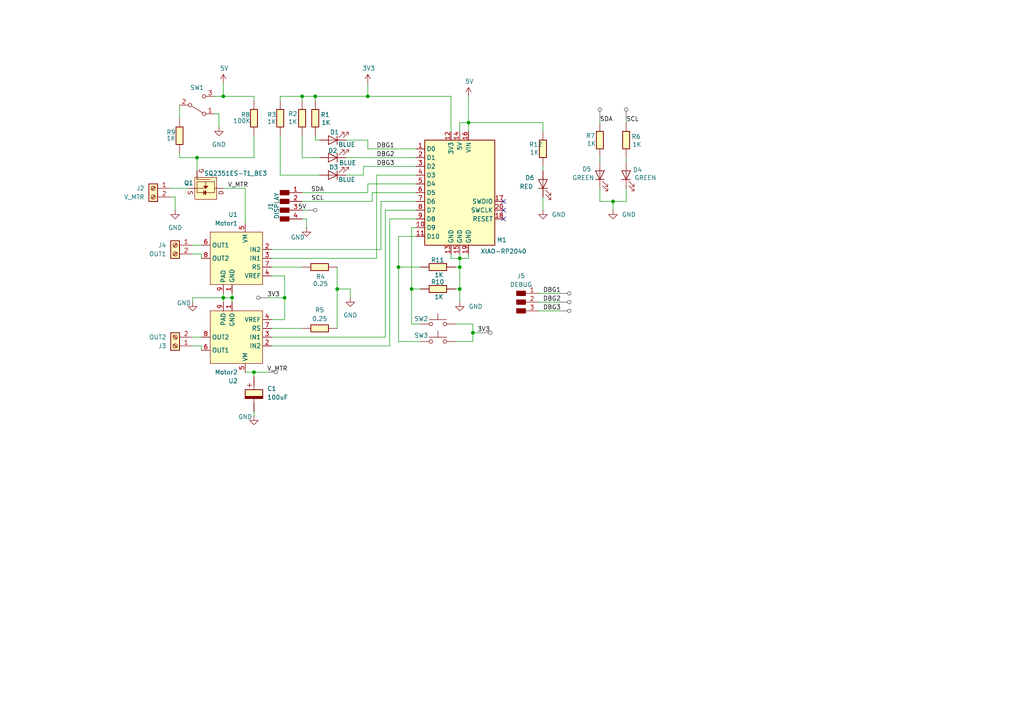
<source format=kicad_sch>
(kicad_sch (version 20250114) (generator "eeschema") (generator_version "9.0")
  (paper "A4")
  (lib_symbols
    (symbol "MotorDriver_BrushedDC_Toshiba_TB67H451FNG_1"
      (property "Reference" "U1" (at -0.3967 12.7 0))
      (property "Value" "Motor1" (at -0.3967 10.16 0))
      (symbol "MotorDriver_BrushedDC_Toshiba_TB67H451FNG_1_1_1"
        (rectangle (start -7.62 7.62) (end 7.62 -7.62) (fill (type background)))
        (pin input line (at -10.16 2.54 0) (length 2.54) (name "IN2") (number "2"))
        (pin input line (at -10.16 0 0) (length 2.54) (name "IN1") (number "3"))
        (pin input line (at -10.16 -2.54 0) (length 2.54) (name "RS") (number "7"))
        (pin input line (at -10.16 -5.08 0) (length 2.54) (name "VREF") (number "4"))
        (pin power_in line (at -2.54 10.16 270) (length 2.54) (name "VM") (number "5"))
        (pin power_in line (at 1.27 -10.16 90) (length 2.54) (name "GND") (number "1"))
        (pin power_in line (at 3.81 -10.16 90) (length 2.54) (name "PAD") (number "9"))
        (pin output line (at 10.16 3.81 180) (length 2.54) (name "OUT1") (number "6"))
        (pin output line (at 10.16 0 180) (length 2.54) (name "OUT2") (number "8"))
      )
    )
    (symbol "fab:CP_Elec_100uF_Panasonic_EEE-FN1E101UL" (pin_numbers (hide yes))
      (property "Reference" "C" (at 1.27 2.54 0))
      (property "Value" "CP_Elec_100uF_Panasonic_EEE-FN1E101UL" (at 1.27 -2.54 0))
      (symbol "CP_Elec_100uF_Panasonic_EEE-FN1E101UL_0_1"
        (rectangle (start -2.54 -0.635) (end 2.54 -1.27) (fill (type outline)))
        (polyline (pts (xy -2.54 -1.27) (xy -2.54 1.27) (xy 2.54 1.27) (xy 2.54 -1.27) (xy -2.54 -1.27)) (stroke (width 0.254)) (fill (type background)))
        (polyline (pts (xy -1.27 1.905) (xy -1.27 3.175)))
        (polyline (pts (xy -0.635 2.54) (xy -1.905 2.54)))
        (polyline (pts (xy 0 2.54) (xy 0 1.27)))
        (polyline (pts (xy 0 -1.27) (xy 0 -2.54)))
      )
      (symbol "CP_Elec_100uF_Panasonic_EEE-FN1E101UL_1_1"
        (pin passive line (at 0 5.08 270) (length 2.54) (name "~") (number "1"))
        (pin passive line (at 0 -5.08 90) (length 2.54) (name "~") (number "2"))
      )
    )
    (symbol "fab:LED_1206" (pin_numbers (hide yes)) (pin_names (offset 1.016) (hide yes))
      (property "Reference" "D" (at 0 2.54 0))
      (property "Value" "LED_1206" (at 0 -2.54 0))
      (symbol "LED_1206_0_1"
        (polyline (pts (xy -3.048 -0.762) (xy -4.572 -2.286) (xy -3.81 -2.286) (xy -4.572 -2.286) (xy -4.572 -1.524)))
        (polyline (pts (xy -1.778 -0.762) (xy -3.302 -2.286) (xy -2.54 -2.286) (xy -3.302 -2.286) (xy -3.302 -1.524)))
        (polyline (pts (xy -1.27 0) (xy 1.27 0)))
        (polyline (pts (xy -1.27 -1.27) (xy -1.27 1.27)) (stroke (width 0.2032)))
        (polyline (pts (xy 1.27 -1.27) (xy 1.27 1.27) (xy -1.27 0) (xy 1.27 -1.27)) (stroke (width 0.2032)))
      )
      (symbol "LED_1206_1_1"
        (pin passive line (at -3.81 0 0) (length 2.54) (name "K") (number "1"))
        (pin passive line (at 3.81 0 180) (length 2.54) (name "A") (number "2"))
      )
    )
    (symbol "fab:Module_XIAO-RP2040"
      (property "Reference" "M" (at -10.16 16.51 0))
      (property "Value" "Module_XIAO-RP2040" (at 3.81 16.51 0))
      (symbol "Module_XIAO-RP2040_1_1"
        (rectangle (start -10.16 15.24) (end 10.16 -15.24) (stroke (width 0.254)) (fill (type background)))
        (pin bidirectional line (at -12.7 12.7 0) (length 2.54) (name "D0") (number "1"))
        (pin bidirectional line (at -12.7 10.16 0) (length 2.54) (name "D1") (number "2"))
        (pin bidirectional line (at -12.7 7.62 0) (length 2.54) (name "D2") (number "3"))
        (pin bidirectional line (at -12.7 5.08 0) (length 2.54) (name "D3") (number "4"))
        (pin bidirectional line (at -12.7 2.54 0) (length 2.54) (name "D4") (number "5"))
        (pin bidirectional line (at -12.7 0 0) (length 2.54) (name "D5") (number "6"))
        (pin bidirectional line (at -12.7 -2.54 0) (length 2.54) (name "D6") (number "7"))
        (pin bidirectional line (at -12.7 -5.08 0) (length 2.54) (name "D7") (number "8"))
        (pin bidirectional line (at -12.7 -7.62 0) (length 2.54) (name "D8") (number "9"))
        (pin bidirectional line (at -12.7 -10.16 0) (length 2.54) (name "D9") (number "10"))
        (pin bidirectional line (at -12.7 -12.7 0) (length 2.54) (name "D10") (number "11"))
        (pin power_in line (at -2.54 17.78 270) (length 2.54) (name "3V3") (number "12"))
        (pin power_in line (at -2.54 -17.78 90) (length 2.54) (name "GND") (number "13"))
        (pin power_in line (at 0 17.78 270) (length 2.54) (name "5V") (number "14"))
        (pin power_in line (at 0 -17.78 90) (length 2.54) (name "GND") (number "15"))
        (pin power_in line (at 2.54 17.78 270) (length 2.54) (name "VIN") (number "16"))
        (pin power_in line (at 2.54 -17.78 90) (length 2.54) (name "GND") (number "19"))
        (pin bidirectional line (at 12.7 -2.54 180) (length 2.54) (name "SWDIO") (number "17"))
        (pin input line (at 12.7 -5.08 180) (length 2.54) (name "SWCLK") (number "20"))
        (pin input line (at 12.7 -7.62 180) (length 2.54) (name "RESET") (number "18"))
      )
    )
    (symbol "fab:MotorDriver_BrushedDC_Toshiba_TB67H451FNG"
      (property "Reference" "U2" (at -0.3967 12.7 0))
      (property "Value" "Motor2" (at -0.3967 10.16 0))
      (symbol "MotorDriver_BrushedDC_Toshiba_TB67H451FNG_1_1"
        (rectangle (start -7.62 7.62) (end 7.62 -7.62) (fill (type background)))
        (pin input line (at -10.16 2.54 0) (length 2.54) (name "IN2") (number "2"))
        (pin input line (at -10.16 0 0) (length 2.54) (name "IN1") (number "3"))
        (pin input line (at -10.16 -2.54 0) (length 2.54) (name "RS") (number "7"))
        (pin input line (at -10.16 -5.08 0) (length 2.54) (name "VREF") (number "4"))
        (pin power_in line (at -2.54 10.16 270) (length 2.54) (name "VM") (number "5"))
        (pin power_in line (at 1.27 -10.16 90) (length 2.54) (name "GND") (number "1"))
        (pin power_in line (at 3.81 -10.16 90) (length 2.54) (name "PAD") (number "9"))
        (pin output line (at 10.16 3.81 180) (length 2.54) (name "OUT1") (number "6"))
        (pin output line (at 10.16 0 180) (length 2.54) (name "OUT2") (number "8"))
      )
    )
    (symbol "fab:PWR_5V" (power) (pin_names (offset 0))
      (property "Value" "PWR_5V" (at 0 3.556 0))
      (symbol "PWR_5V_0_1"
        (polyline (pts (xy -0.762 1.27) (xy 0 2.54)))
        (polyline (pts (xy 0 2.54) (xy 0.762 1.27)))
        (polyline (pts (xy 0 0) (xy 0 2.54)))
      )
      (symbol "PWR_5V_1_1"
        (pin power_in line (at 0 0 90) (length 0) (hide yes) (name "PWR_5V") (number "1"))
      )
    )
    (symbol "fab:PWR_GND" (power) (pin_names (offset 0))
      (property "Value" "PWR_GND" (at 0 -3.81 0))
      (symbol "PWR_GND_0_1"
        (polyline (pts (xy 0 0) (xy 0 -1.27) (xy 1.27 -1.27) (xy 0 -2.54) (xy -1.27 -1.27) (xy 0 -1.27)))
      )
      (symbol "PWR_GND_1_1"
        (pin power_in line (at 0 0 270) (length 0) (hide yes) (name "PWR_GND") (number "1"))
      )
    )
    (symbol "fab:PinHeader_01x03_P2.54mm_Vertical_THT_D1.4mm" (pin_names (hide yes))
      (property "Reference" "J" (at 0 5.08 0))
      (property "Value" "PinHeader_01x03_P2.54mm_Vertical_THT_D1.4mm" (at 0 -5.08 0))
      (symbol "PinHeader_01x03_P2.54mm_Vertical_THT_D1.4mm_1_1"
        (rectangle (start -1.27 3.175) (end 1.27 1.905) (stroke (width 0.254)) (fill (type outline)))
        (rectangle (start -1.27 0.635) (end 1.27 -0.635) (stroke (width 0.254)) (fill (type outline)))
        (rectangle (start -1.27 -1.905) (end 1.27 -3.175) (stroke (width 0.254)) (fill (type outline)))
        (pin passive line (at 5.08 2.54 180) (length 3.81) (name "Pin_1") (number "1"))
        (pin passive line (at 5.08 0 180) (length 3.81) (name "Pin_2") (number "2"))
        (pin passive line (at 5.08 -2.54 180) (length 3.81) (name "Pin_3") (number "3"))
      )
    )
    (symbol "fab:PinHeader_01x04_P2.54mm_Vertical_THT_D1.4mm" (pin_names (hide yes))
      (property "Reference" "J" (at 0 5.08 0))
      (property "Value" "PinHeader_01x04_P2.54mm_Vertical_THT_D1.4mm" (at 0 -7.62 0))
      (symbol "PinHeader_01x04_P2.54mm_Vertical_THT_D1.4mm_1_1"
        (rectangle (start -1.27 3.175) (end 1.27 1.905) (stroke (width 0.254)) (fill (type outline)))
        (rectangle (start -1.27 0.635) (end 1.27 -0.635) (stroke (width 0.254)) (fill (type outline)))
        (rectangle (start -1.27 -1.905) (end 1.27 -3.175) (stroke (width 0.254)) (fill (type outline)))
        (rectangle (start -1.27 -4.445) (end 1.27 -5.715) (stroke (width 0.254)) (fill (type outline)))
        (pin passive line (at 5.08 2.54 180) (length 3.81) (name "Pin_1") (number "1"))
        (pin passive line (at 5.08 0 180) (length 3.81) (name "Pin_2") (number "2"))
        (pin passive line (at 5.08 -2.54 180) (length 3.81) (name "Pin_3") (number "3"))
        (pin passive line (at 5.08 -5.08 180) (length 3.81) (name "Pin_4") (number "4"))
      )
    )
    (symbol "fab:R_1206" (pin_numbers (hide yes)) (pin_names (offset 0))
      (property "Reference" "R" (at 2.54 0 90))
      (property "Value" "R_1206" (at -2.54 0 90))
      (symbol "R_1206_0_1"
        (rectangle (start -1.016 -2.54) (end 1.016 2.54) (stroke (width 0.254)) (fill (type background)))
      )
      (symbol "R_1206_1_1"
        (pin passive line (at 0 5.08 270) (length 2.54) (name "~") (number "1"))
        (pin passive line (at 0 -5.08 90) (length 2.54) (name "~") (number "2"))
      )
    )
    (symbol "fab:R_2010" (pin_numbers (hide yes)) (pin_names (offset 0))
      (property "Reference" "R" (at 2.54 0 90))
      (property "Value" "R_2010" (at -2.54 0 90))
      (symbol "R_2010_0_1"
        (rectangle (start -1.016 -2.54) (end 1.016 2.54) (stroke (width 0.254)) (fill (type background)))
      )
      (symbol "R_2010_1_1"
        (pin passive line (at 0 5.08 270) (length 2.54) (name "~") (number "1"))
        (pin passive line (at 0 -5.08 90) (length 2.54) (name "~") (number "2"))
      )
    )
    (symbol "fab:Screw_Terminal_01x02_P3.5mm" (pin_names (offset 1.016) (hide yes))
      (property "Reference" "J" (at 0 3.81 0))
      (property "Value" "Screw_Terminal_01x02_P3.5mm" (at 0 -3.81 0))
      (symbol "Screw_Terminal_01x02_P3.5mm_1_1"
        (rectangle (start -1.27 2.54) (end 1.27 -2.54) (stroke (width 0.254)) (fill (type background)))
        (polyline (pts (xy -0.5334 1.6002) (xy 0.3302 0.762)) (stroke (width 0.1524)))
        (polyline (pts (xy -0.5334 -0.9398) (xy 0.3302 -1.778)) (stroke (width 0.1524)))
        (polyline (pts (xy -0.3556 1.778) (xy 0.508 0.9398)) (stroke (width 0.1524)))
        (polyline (pts (xy -0.3556 -0.762) (xy 0.508 -1.6002)) (stroke (width 0.1524)))
        (circle (center 0 1.27) (radius 0.635) (stroke (width 0.1524)))
        (circle (center 0 -1.27) (radius 0.635) (stroke (width 0.1524)))
        (pin passive line (at -5.08 1.27 0) (length 3.81) (name "Pin_1") (number "1"))
        (pin passive line (at -5.08 -1.27 0) (length 3.81) (name "Pin_2") (number "2"))
      )
    )
    (symbol "fab:Switch_Slide_Top_CnK" (pin_names (offset 0) (hide yes))
      (property "Reference" "SW" (at 0 4.318 0))
      (property "Value" "Switch_Slide_Top_CnK" (at 0 -5.08 0))
      (symbol "Switch_Slide_Top_CnK_0_0"
        (circle (center -2.032 0) (radius 0.508))
        (circle (center 2.032 -2.54) (radius 0.508))
      )
      (symbol "Switch_Slide_Top_CnK_0_1"
        (polyline (pts (xy -1.524 0.254) (xy 1.651 2.286)))
        (circle (center 2.032 2.54) (radius 0.508))
      )
      (symbol "Switch_Slide_Top_CnK_1_1"
        (pin passive line (at -5.08 0 0) (length 2.54) (name "B") (number "2"))
        (pin passive line (at 5.08 2.54 180) (length 2.54) (name "A") (number "1"))
        (pin passive line (at 5.08 -2.54 180) (length 2.54) (name "C") (number "3"))
      )
    )
    (symbol "fab:Switch_Tactile_CnK" (pin_numbers (hide yes)) (pin_names (offset 1.016) (hide yes))
      (property "Reference" "SW" (at 1.27 3.81 0))
      (property "Value" "Switch_Tactile_CnK" (at 0 0 0))
      (symbol "Switch_Tactile_CnK_0_1"
        (circle (center -2.032 0) (radius 0.508))
        (polyline (pts (xy 0 1.27) (xy 0 3.048)))
        (circle (center 2.032 0) (radius 0.508))
        (polyline (pts (xy 2.54 1.27) (xy -2.54 1.27)))
        (pin passive line (at -5.08 0 0) (length 2.54) (name "1") (number "1"))
        (pin passive line (at 5.08 0 180) (length 2.54) (name "2") (number "2"))
      )
    )
    (symbol "fab:Transistor_MOSFET_PCh_SOT23" (pin_numbers (hide yes)) (pin_names (hide yes))
      (property "Reference" "Q" (at 3.81 1.27 0))
      (property "Value" "Transistor_MOSFET_PCh_SOT23" (at 3.81 -1.27 0))
      (symbol "Transistor_MOSFET_PCh_SOT23_0_1"
        (polyline (pts (xy 0 2.54) (xy 1.27 2.54) (xy 1.27 -2.54) (xy 0 -2.54)))
      )
      (symbol "Transistor_MOSFET_PCh_SOT23_1_0"
        (text "G" (at -5.08 -1.27 0) (effects (font (size 1.27 1.27))))
        (text "D" (at 1.27 4.445 0) (effects (font (size 1.27 1.27))))
        (text "S" (at 1.27 -4.445 0) (effects (font (size 1.27 1.27))))
      )
      (symbol "Transistor_MOSFET_PCh_SOT23_1_1"
        (rectangle (start -3.175 3.175) (end 3.175 -3.175) (fill (type background)))
        (polyline (pts (xy -2.54 -2.54) (xy -2.54 1.27)) (stroke (width 0.15)))
        (polyline (pts (xy -1.905 2.54) (xy -1.905 -2.54)) (stroke (width 0.15)))
        (polyline (pts (xy -1.905 -2.54) (xy 0 -2.54)) (stroke (width 0.15)))
        (polyline (pts (xy 0 2.54) (xy -1.905 2.54)) (stroke (width 0.15)))
        (polyline (pts (xy 0 0) (xy -0.635 -0.635) (xy -0.635 0.635) (xy 0 0)) (fill (type outline)))
        (polyline (pts (xy 0 -2.54) (xy 0 0) (xy -1.905 0)) (stroke (width 0.15)))
        (polyline (pts (xy 0.635 -0.635) (xy 1.905 -0.635)) (stroke (width 0.15)))
        (polyline (pts (xy 1.27 -0.635) (xy 0.635 0) (xy 1.905 0) (xy 1.27 -0.635)) (fill (type outline)))
        (pin passive line (at -5.08 -2.54 0) (length 2.54) (name "G") (number "1"))
        (pin passive line (at 0 5.08 270) (length 2.54) (name "D") (number "3"))
        (pin passive line (at 0 -5.08 90) (length 2.54) (name "S") (number "2"))
      )
    )
    (symbol "power:GND" (power) (pin_numbers (hide yes)) (pin_names (offset 0) (hide yes))
      (property "Value" "GND" (at 0 -3.81 0))
      (symbol "GND_0_1"
        (polyline (pts (xy 0 0) (xy 0 -1.27) (xy 1.27 -1.27) (xy 0 -2.54) (xy -1.27 -1.27) (xy 0 -1.27)))
      )
      (symbol "GND_1_1"
        (pin power_in line (at 0 0 270) (length 0) (name "~") (number "1"))
      )
    )
  )
  (junction (at 135.89 35.56))
  (junction (at 133.35 74.93))
  (junction (at 106.68 27.94))
  (junction (at 177.8 58.42))
  (junction (at 119.38 83.82))
  (junction (at 64.77 86.36))
  (junction (at 91.44 27.94))
  (junction (at 67.31 86.36))
  (junction (at 137.16 96.52))
  (junction (at 97.79 83.82))
  (junction (at 133.35 83.82))
  (junction (at 57.15 45.72))
  (junction (at 64.77 27.94))
  (junction (at 133.35 77.47))
  (junction (at 73.66 107.95))
  (junction (at 82.55 86.36))
  (junction (at 87.63 27.94))
  (junction (at 115.57 77.47))
  (no_connect (at 146.05 58.42))
  (no_connect (at 146.05 63.5))
  (no_connect (at 146.05 60.96))
  (wire (pts (xy 64.77 27.94) (xy 73.66 27.94)))
  (wire (pts (xy 173.99 45.72) (xy 173.99 46.99)))
  (wire (pts (xy 87.63 58.42) (xy 107.95 58.42)))
  (wire (pts (xy 58.42 73.66) (xy 58.42 74.93)))
  (wire (pts (xy 78.74 100.33) (xy 113.03 100.33)))
  (wire (pts (xy 105.41 48.26) (xy 105.41 50.8)))
  (wire (pts (xy 139.7 96.52) (xy 137.16 96.52)))
  (wire (pts (xy 181.61 58.42) (xy 177.8 58.42)))
  (wire (pts (xy 133.35 74.93) (xy 135.89 74.93)))
  (wire (pts (xy 62.23 27.94) (xy 64.77 27.94)))
  (wire (pts (xy 133.35 77.47) (xy 133.35 83.82)))
  (wire (pts (xy 173.99 34.29) (xy 173.99 35.56)))
  (wire (pts (xy 109.22 50.8) (xy 120.65 50.8)))
  (wire (pts (xy 132.08 77.47) (xy 133.35 77.47)))
  (wire (pts (xy 81.28 50.8) (xy 81.28 39.37)))
  (wire (pts (xy 130.81 27.94) (xy 106.68 27.94)))
  (wire (pts (xy 73.66 109.22) (xy 73.66 107.95)))
  (wire (pts (xy 173.99 58.42) (xy 177.8 58.42)))
  (wire (pts (xy 64.77 24.13) (xy 64.77 27.94)))
  (wire (pts (xy 50.8 57.15) (xy 49.53 57.15)))
  (wire (pts (xy 135.89 74.93) (xy 135.89 73.66)))
  (wire (pts (xy 130.81 27.94) (xy 130.81 38.1)))
  (wire (pts (xy 55.88 100.33) (xy 58.42 100.33)))
  (wire (pts (xy 106.68 27.94) (xy 91.44 27.94)))
  (wire (pts (xy 91.44 39.37) (xy 91.44 40.64)))
  (wire (pts (xy 115.57 77.47) (xy 121.92 77.47)))
  (wire (pts (xy 106.68 55.88) (xy 106.68 53.34)))
  (wire (pts (xy 181.61 46.99) (xy 181.61 45.72)))
  (wire (pts (xy 135.89 27.94) (xy 135.89 35.56)))
  (wire (pts (xy 105.41 48.26) (xy 120.65 48.26)))
  (wire (pts (xy 157.48 48.26) (xy 157.48 49.53)))
  (wire (pts (xy 82.55 92.71) (xy 82.55 86.36)))
  (wire (pts (xy 52.07 30.48) (xy 52.07 34.29)))
  (wire (pts (xy 133.35 74.93) (xy 133.35 77.47)))
  (wire (pts (xy 78.74 95.25) (xy 87.63 95.25)))
  (wire (pts (xy 50.8 57.15) (xy 50.8 60.96)))
  (wire (pts (xy 177.8 58.42) (xy 177.8 60.96)))
  (wire (pts (xy 115.57 99.06) (xy 121.92 99.06)))
  (wire (pts (xy 133.35 35.56) (xy 133.35 38.1)))
  (wire (pts (xy 111.76 97.79) (xy 111.76 60.96)))
  (wire (pts (xy 73.66 45.72) (xy 73.66 39.37)))
  (wire (pts (xy 137.16 96.52) (xy 137.16 99.06)))
  (wire (pts (xy 133.35 73.66) (xy 133.35 74.93)))
  (wire (pts (xy 71.12 107.95) (xy 73.66 107.95)))
  (wire (pts (xy 55.88 71.12) (xy 58.42 71.12)))
  (wire (pts (xy 173.99 54.61) (xy 173.99 58.42)))
  (wire (pts (xy 157.48 57.15) (xy 157.48 60.96)))
  (wire (pts (xy 87.63 39.37) (xy 87.63 45.72)))
  (wire (pts (xy 100.33 40.64) (xy 106.68 40.64)))
  (wire (pts (xy 64.77 85.09) (xy 64.77 86.36)))
  (wire (pts (xy 57.15 45.72) (xy 57.15 49.53)))
  (wire (pts (xy 106.68 24.13) (xy 106.68 27.94)))
  (wire (pts (xy 78.74 72.39) (xy 110.49 72.39)))
  (wire (pts (xy 91.44 40.64) (xy 92.71 40.64)))
  (wire (pts (xy 73.66 45.72) (xy 57.15 45.72)))
  (wire (pts (xy 137.16 99.06) (xy 132.08 99.06)))
  (wire (pts (xy 64.77 86.36) (xy 55.88 86.36)))
  (wire (pts (xy 137.16 93.98) (xy 137.16 96.52)))
  (wire (pts (xy 73.66 120.65) (xy 73.66 119.38)))
  (wire (pts (xy 181.61 54.61) (xy 181.61 58.42)))
  (wire (pts (xy 109.22 50.8) (xy 109.22 74.93)))
  (wire (pts (xy 81.28 27.94) (xy 87.63 27.94)))
  (wire (pts (xy 111.76 60.96) (xy 120.65 60.96)))
  (wire (pts (xy 64.77 54.61) (xy 71.12 54.61)))
  (wire (pts (xy 106.68 43.18) (xy 120.65 43.18)))
  (wire (pts (xy 115.57 77.47) (xy 115.57 99.06)))
  (wire (pts (xy 64.77 86.36) (xy 67.31 86.36)))
  (wire (pts (xy 119.38 66.04) (xy 120.65 66.04)))
  (wire (pts (xy 162.56 87.63) (xy 156.21 87.63)))
  (wire (pts (xy 73.66 27.94) (xy 73.66 29.21)))
  (wire (pts (xy 119.38 93.98) (xy 119.38 83.82)))
  (wire (pts (xy 120.65 63.5) (xy 113.03 63.5)))
  (wire (pts (xy 115.57 68.58) (xy 115.57 77.47)))
  (wire (pts (xy 55.88 73.66) (xy 58.42 73.66)))
  (wire (pts (xy 133.35 83.82) (xy 133.35 87.63)))
  (wire (pts (xy 78.74 97.79) (xy 111.76 97.79)))
  (wire (pts (xy 49.53 54.61) (xy 54.61 54.61)))
  (wire (pts (xy 52.07 45.72) (xy 52.07 44.45)))
  (wire (pts (xy 88.9 63.5) (xy 88.9 66.04)))
  (wire (pts (xy 67.31 85.09) (xy 67.31 86.36)))
  (wire (pts (xy 133.35 35.56) (xy 135.89 35.56)))
  (wire (pts (xy 87.63 27.94) (xy 91.44 27.94)))
  (wire (pts (xy 87.63 55.88) (xy 106.68 55.88)))
  (wire (pts (xy 132.08 83.82) (xy 133.35 83.82)))
  (wire (pts (xy 97.79 83.82) (xy 101.6 83.82)))
  (wire (pts (xy 100.33 45.72) (xy 120.65 45.72)))
  (wire (pts (xy 97.79 83.82) (xy 97.79 95.25)))
  (wire (pts (xy 88.9 63.5) (xy 87.63 63.5)))
  (wire (pts (xy 109.22 74.93) (xy 78.74 74.93)))
  (wire (pts (xy 110.49 58.42) (xy 120.65 58.42)))
  (wire (pts (xy 110.49 72.39) (xy 110.49 58.42)))
  (wire (pts (xy 55.88 86.36) (xy 55.88 87.63)))
  (wire (pts (xy 107.95 55.88) (xy 120.65 55.88)))
  (wire (pts (xy 73.66 107.95) (xy 77.47 107.95)))
  (wire (pts (xy 81.28 29.21) (xy 81.28 27.94)))
  (wire (pts (xy 162.56 90.17) (xy 156.21 90.17)))
  (wire (pts (xy 64.77 86.36) (xy 64.77 87.63)))
  (wire (pts (xy 82.55 80.01) (xy 82.55 86.36)))
  (wire (pts (xy 81.28 50.8) (xy 92.71 50.8)))
  (wire (pts (xy 78.74 77.47) (xy 87.63 77.47)))
  (wire (pts (xy 130.81 74.93) (xy 133.35 74.93)))
  (wire (pts (xy 87.63 29.21) (xy 87.63 27.94)))
  (wire (pts (xy 52.07 45.72) (xy 57.15 45.72)))
  (wire (pts (xy 55.88 97.79) (xy 58.42 97.79)))
  (wire (pts (xy 157.48 35.56) (xy 157.48 38.1)))
  (wire (pts (xy 78.74 92.71) (xy 82.55 92.71)))
  (wire (pts (xy 82.55 80.01) (xy 78.74 80.01)))
  (wire (pts (xy 97.79 77.47) (xy 97.79 83.82)))
  (wire (pts (xy 107.95 58.42) (xy 107.95 55.88)))
  (wire (pts (xy 130.81 73.66) (xy 130.81 74.93)))
  (wire (pts (xy 181.61 34.29) (xy 181.61 35.56)))
  (wire (pts (xy 92.71 45.72) (xy 87.63 45.72)))
  (wire (pts (xy 101.6 86.36) (xy 101.6 83.82)))
  (wire (pts (xy 120.65 68.58) (xy 115.57 68.58)))
  (wire (pts (xy 63.5 33.02) (xy 63.5 36.83)))
  (wire (pts (xy 62.23 33.02) (xy 63.5 33.02)))
  (wire (pts (xy 87.63 60.96) (xy 88.9 60.96)))
  (wire (pts (xy 119.38 83.82) (xy 119.38 66.04)))
  (wire (pts (xy 121.92 93.98) (xy 119.38 93.98)))
  (wire (pts (xy 106.68 40.64) (xy 106.68 43.18)))
  (wire (pts (xy 135.89 35.56) (xy 135.89 38.1)))
  (wire (pts (xy 106.68 53.34) (xy 120.65 53.34)))
  (wire (pts (xy 157.48 35.56) (xy 135.89 35.56)))
  (wire (pts (xy 58.42 100.33) (xy 58.42 101.6)))
  (wire (pts (xy 113.03 63.5) (xy 113.03 100.33)))
  (wire (pts (xy 162.56 85.09) (xy 156.21 85.09)))
  (wire (pts (xy 67.31 86.36) (xy 67.31 87.63)))
  (wire (pts (xy 121.92 83.82) (xy 119.38 83.82)))
  (wire (pts (xy 100.33 50.8) (xy 105.41 50.8)))
  (wire (pts (xy 71.12 54.61) (xy 71.12 64.77)))
  (wire (pts (xy 77.47 86.36) (xy 82.55 86.36)))
  (wire (pts (xy 132.08 93.98) (xy 137.16 93.98)))
  (wire (pts (xy 91.44 27.94) (xy 91.44 29.21)))
  (label "SDA" (at 173.99 35.56 0))
  (label "V_MTR" (at 77.47 107.95 0))
  (label "DBG2" (at 109.22 45.72 0))
  (label "5V" (at 88.9 60.96 180))
  (label "DBG3" (at 157.48 90.17 0))
  (label "SDA" (at 93.98 55.88 180))
  (label "DBG1" (at 109.22 43.18 0))
  (label "SCL" (at 93.98 58.42 180))
  (label "3V3" (at 138.43 96.52 0))
  (label "DBG1" (at 157.48 85.09 0))
  (label "SCL" (at 181.61 35.56 0))
  (label "DBG3" (at 109.22 48.26 0))
  (label "DBG2" (at 157.48 87.63 0))
  (label "V_MTR" (at 66.04 54.61 0))
  (label "3V3" (at 77.47 86.36 0))
  (netclass_flag "" (length 2.54) (shape round) (at 162.56 87.63 270))
  (netclass_flag "" (length 2.54) (shape round) (at 77.47 86.36 90))
  (netclass_flag "" (length 2.54) (shape round) (at 173.99 34.29 0))
  (netclass_flag "" (length 2.54) (shape round) (at 88.9 60.96 270))
  (netclass_flag "" (length 2.54) (shape round) (at 181.61 34.29 0))
  (netclass_flag "" (length 2.54) (shape round) (at 162.56 85.09 270))
  (netclass_flag "" (length 2.54) (shape round) (at 162.56 90.17 270))
  (netclass_flag "" (length 2.54) (shape round) (at 139.7 96.52 270))
  (netclass_flag "" (length 2.54) (shape round) (at 77.47 107.95 270))
  (symbol (lib_id "power:GND") (at 88.9 66.04 0) (unit 1)
    (property "Reference" "#PWR03" (effects (hide yes)))
    (property "Value" "GND" (at 86.36 68.834 0))
    (property "Description" "Power symbol creates a global label with name \"GND\" , ground" (effects (hide yes)))
  )
  (symbol (lib_id "fab:LED_1206") (at 181.61 50.8 90) (unit 1)
    (property "Reference" "D4" (at 184.912 49.276 90))
    (property "Value" "GREEN" (at 187.198 51.562 90))
    (property "Footprint" "fab:LED_1206" (effects (hide yes)))
    (property "Datasheet" "https://optoelectronics.liteon.com/upload/download/DS-22-98-0002/LTST-C150CKT.pdf" (effects (hide yes)))
    (property "Description" "Light emitting diode, Lite-On Inc. LTST, SMD" (effects (hide yes)))
  )
  (symbol (lib_id "fab:LED_1206") (at 157.48 53.34 90) (unit 1)
    (property "Reference" "D6" (at 153.67 51.562 90))
    (property "Value" "RED" (at 152.654 54.102 90))
    (property "Footprint" "fab:LED_1206" (effects (hide yes)))
    (property "Datasheet" "https://optoelectronics.liteon.com/upload/download/DS-22-98-0002/LTST-C150CKT.pdf" (effects (hide yes)))
    (property "Description" "Light emitting diode, Lite-On Inc. LTST, SMD" (effects (hide yes)))
  )
  (symbol (lib_id "power:GND") (at 101.6 86.36 0) (unit 1)
    (property "Reference" "#PWR06" (effects (hide yes)))
    (property "Value" "GND" (at 101.6 91.44 0))
    (property "Description" "Power symbol creates a global label with name \"GND\" , ground" (effects (hide yes)))
  )
  (symbol (lib_id "fab:Transistor_MOSFET_PCh_SOT23") (at 59.69 54.61 270) (unit 1)
    (property "Reference" "Q1" (at 53.34 53.086 90) (effects (justify left)))
    (property "Value" "SQ2351ES-T1_BE3" (at 59.182 50.292 90) (effects (justify left)))
    (property "Footprint" "fab:SOT-23-3" (effects (hide yes)))
    (property "Datasheet" "https://www.onsemi.com/pub/Collateral/NDS356AP-D.PDF" (effects (hide yes)))
    (property "Description" "P-Channel mosfet NDS356AP in SOT-23 package" (effects (hide yes)))
  )
  (symbol (lib_id "power:GND") (at 63.5 36.83 0) (unit 1)
    (property "Reference" "#PWR09" (effects (hide yes)))
    (property "Value" "GND" (at 63.5 41.91 0))
    (property "Description" "Power symbol creates a global label with name \"GND\" , ground" (effects (hide yes)))
  )
  (symbol (lib_id "fab:PWR_5V") (at 106.68 24.13 0) (unit 1)
    (property "Reference" "#PWR02" (effects (hide yes)))
    (property "Value" "3V3" (at 106.934 19.812 0))
    (property "Description" "Power symbol creates a global label with name \"+5V\"" (effects (hide yes)))
  )
  (symbol (lib_id "fab:R_1206") (at 127 83.82 270) (unit 1)
    (property "Reference" "R10" (at 124.968 81.788 90) (effects (justify left)))
    (property "Value" "1K" (at 125.984 86.106 90) (effects (justify left)))
    (property "Footprint" "fab:R_1206" (effects (hide yes)))
    (property "Description" "Resistor" (effects (hide yes)))
  )
  (symbol (lib_id "fab:PinHeader_01x03_P2.54mm_Vertical_THT_D1.4mm") (at 151.13 87.63 0) (unit 1)
    (property "Reference" "J5" (at 151.13 80.01 0))
    (property "Value" "DEBUG" (at 151.13 82.55 0))
    (property "Footprint" "fab:PinHeader_01x03_P2.54mm_Vertical_THT_D1.4mm" (effects (hide yes)))
    (property "Description" "Male connector, single row" (effects (hide yes)))
  )
  (symbol (lib_id "fab:Switch_Tactile_CnK") (at 127 99.06 0) (unit 1)
    (property "Reference" "SW3" (at 122.174 97.282 0))
    (property "Value" "Switch_Tactile_CnK" (effects (hide yes)))
    (property "Footprint" "fab:Button_CnK_PTS636.0_6x3.5mm" (effects (hide yes)))
    (property "Datasheet" "https://www.ckswitches.com/media/2779/pts636.pdf" (effects (hide yes)))
    (property "Description" "Push button switch, C&K PTS636 SM25F SMTR LFS, Tactile Switch SPST-NO Top Actuated Surface Mount" (effects (hide yes)))
  )
  (symbol (lib_id "power:GND") (at 50.8 60.96 0) (unit 1)
    (property "Reference" "#PWR05" (effects (hide yes)))
    (property "Value" "GND" (at 50.8 66.04 0))
    (property "Description" "Power symbol creates a global label with name \"GND\" , ground" (effects (hide yes)))
  )
  (symbol (lib_id "fab:LED_1206") (at 96.52 45.72 180) (unit 1)
    (property "Reference" "D2" (at 96.52 43.688 0))
    (property "Value" "BLUE" (at 100.838 47.244 0))
    (property "Footprint" "fab:LED_1206" (effects (hide yes)))
    (property "Datasheet" "https://optoelectronics.liteon.com/upload/download/DS-22-98-0002/LTST-C150CKT.pdf" (effects (hide yes)))
    (property "Description" "Light emitting diode, Lite-On Inc. LTST, SMD" (effects (hide yes)))
  )
  (symbol (lib_id "fab:R_1206") (at 173.99 40.64 0) (unit 1)
    (property "Reference" "R7" (at 169.926 39.37 0) (effects (justify left)))
    (property "Value" "1K" (at 170.18 41.656 0) (effects (justify left)))
    (property "Footprint" "fab:R_1206" (effects (hide yes)))
    (property "Description" "Resistor" (effects (hide yes)))
  )
  (symbol (lib_id "fab:CP_Elec_100uF_Panasonic_EEE-FN1E101UL") (at 73.66 114.3 0) (unit 1)
    (property "Reference" "C1" (at 77.47 112.7124 0) (effects (justify left)))
    (property "Value" "100uF" (at 77.47 115.2524 0) (effects (justify left)))
    (property "Footprint" "fab:CP_Elec_100uF_Panasonic_EEE-FN1E101UL" (effects (hide yes)))
    (property "Datasheet" "https://api.pim.na.industrial.panasonic.com/file_stream/main/fileversion/19782" (effects (hide yes)))
    (property "Description" "Polarized capacitor, SMD, radial" (effects (hide yes)))
  )
  (symbol (lib_id "fab:PWR_GND") (at 177.8 60.96 0) (unit 1)
    (property "Reference" "#PWR08" (effects (hide yes)))
    (property "Value" "GND" (at 180.34 62.2299 0) (effects (justify left)))
    (property "Description" "Power symbol creates a global label with name \"GND\" , ground" (effects (hide yes)))
  )
  (symbol (lib_id "fab:R_1206") (at 73.66 34.29 0) (unit 1)
    (property "Reference" "R8" (at 69.85 33.274 0) (effects (justify left)))
    (property "Value" "100K" (at 67.564 35.052 0) (effects (justify left)))
    (property "Footprint" "fab:R_1206" (effects (hide yes)))
    (property "Description" "Resistor" (effects (hide yes)))
  )
  (symbol (lib_id "fab:R_1206") (at 91.44 34.29 0) (unit 1)
    (property "Reference" "R1" (at 92.964 33.274 0) (effects (justify left)))
    (property "Value" "1K" (at 93.218 35.56 0) (effects (justify left)))
    (property "Footprint" "fab:R_1206" (effects (hide yes)))
    (property "Description" "Resistor" (effects (hide yes)))
  )
  (symbol (lib_id "fab:LED_1206") (at 173.99 50.8 90) (unit 1)
    (property "Reference" "D5" (at 170.18 49.022 90))
    (property "Value" "GREEN" (at 169.164 51.562 90))
    (property "Footprint" "fab:LED_1206" (effects (hide yes)))
    (property "Datasheet" "https://optoelectronics.liteon.com/upload/download/DS-22-98-0002/LTST-C150CKT.pdf" (effects (hide yes)))
    (property "Description" "Light emitting diode, Lite-On Inc. LTST, SMD" (effects (hide yes)))
  )
  (symbol (lib_id "fab:PWR_5V") (at 64.77 24.13 0) (unit 1)
    (property "Reference" "#PWR010" (effects (hide yes)))
    (property "Value" "5V" (at 65.024 19.812 0))
    (property "Description" "Power symbol creates a global label with name \"+5V\"" (effects (hide yes)))
  )
  (symbol (lib_id "power:GND") (at 55.88 87.63 0) (unit 1)
    (property "Reference" "#PWR04" (effects (hide yes)))
    (property "Value" "GND" (at 53.34 87.884 0))
    (property "Description" "Power symbol creates a global label with name \"GND\" , ground" (effects (hide yes)))
  )
  (symbol (lib_id "fab:R_1206") (at 181.61 40.64 0) (unit 1)
    (property "Reference" "R6" (at 183.134 39.624 0) (effects (justify left)))
    (property "Value" "1K" (at 183.388 41.91 0) (effects (justify left)))
    (property "Footprint" "fab:R_1206" (effects (hide yes)))
    (property "Description" "Resistor" (effects (hide yes)))
  )
  (symbol (lib_id "fab:Screw_Terminal_01x02_P3.5mm") (at 50.8 72.39 0) (mirror y) (unit 1)
    (property "Reference" "J4" (at 48.26 71.1199 0) (effects (justify left)))
    (property "Value" "OUT1" (at 48.26 73.6599 0) (effects (justify left)))
    (property "Footprint" "fab:TerminalBlock_OnShore_1x02_P3.50mm_Horizontal" (effects (hide yes)))
    (property "Datasheet" "www.on-shore.com/wp-content/uploads/ED555XDS.pdf" (effects (hide yes)))
    (property "Description" "TERM BLK 2POS SIDE ENT 3.5MM PCB" (effects (hide yes)))
  )
  (symbol (lib_id "fab:PinHeader_01x04_P2.54mm_Vertical_THT_D1.4mm") (at 82.55 58.42 0) (unit 1)
    (property "Reference" "J1" (at 78.486 59.944 90))
    (property "Value" "DISPLAY" (at 80.264 59.69 90))
    (property "Footprint" "fab:PinHeader_01x04_P2.54mm_Vertical_THT_D1.4mm" (effects (hide yes)))
    (property "Description" "Male connector, single row" (effects (hide yes)))
  )
  (symbol (lib_id "fab:R_1206") (at 127 77.47 270) (unit 1)
    (property "Reference" "R11" (at 124.968 75.438 90) (effects (justify left)))
    (property "Value" "1K" (at 125.984 79.756 90) (effects (justify left)))
    (property "Footprint" "fab:R_1206" (effects (hide yes)))
    (property "Description" "Resistor" (effects (hide yes)))
  )
  (symbol (lib_id "fab:PWR_5V") (at 135.89 27.94 0) (unit 1)
    (property "Reference" "#PWR011" (effects (hide yes)))
    (property "Value" "5V" (at 136.144 23.622 0))
    (property "Description" "Power symbol creates a global label with name \"+5V\"" (effects (hide yes)))
  )
  (symbol (lib_id "fab:R_1206") (at 81.28 34.29 0) (unit 1)
    (property "Reference" "R3" (at 77.47 33.274 0) (effects (justify left)))
    (property "Value" "1K" (at 77.47 35.306 0) (effects (justify left)))
    (property "Footprint" "fab:R_1206" (effects (hide yes)))
    (property "Description" "Resistor" (effects (hide yes)))
  )
  (symbol (lib_id "fab:MotorDriver_BrushedDC_Toshiba_TB67H451FNG") (at 68.58 97.79 180) (unit 1)
    (property "Reference" "U2" (at 68.9767 110.49 0) (effects (justify left)))
    (property "Value" "Motor2" (at 68.9767 107.95 0) (effects (justify left)))
    (property "Footprint" "fab:HSOP-8" (effects (hide yes)))
    (property "Datasheet" "https://toshiba.semicon-storage.com/info/TB67H451FNG_datasheet_en_20201126.pdf?did=68598&prodName=TB67H451FNG" (effects (hide yes)))
    (property "Description" "50V/3A BRUSHED MOTOR DRIVER Toshiba TB67H451FNG,EL" (effects (hide yes)))
  )
  (symbol (lib_id "fab:R_2010") (at 92.71 95.25 90) (unit 1)
    (property "Reference" "R5" (at 92.71 89.916 90))
    (property "Value" "0.25" (at 92.71 92.456 90))
    (property "Footprint" "fab:R_2010" (effects (hide yes)))
    (property "Description" "Motor driver sense resistor generic" (effects (hide yes)))
  )
  (symbol (lib_id "fab:R_2010") (at 92.71 77.47 90) (unit 1)
    (property "Reference" "R4" (at 92.964 80.264 90))
    (property "Value" "0.25" (at 92.964 82.296 90))
    (property "Footprint" "fab:R_2010" (effects (hide yes)))
    (property "Description" "Motor driver sense resistor generic" (effects (hide yes)))
  )
  (symbol (lib_id "fab:Module_XIAO-RP2040") (at 133.35 55.88 0) (unit 1)
    (property "Reference" "M1" (at 145.542 69.596 0))
    (property "Value" "XIAO-RP2040" (at 146.05 72.898 0))
    (property "Footprint" "fab:SeeedStudio_XIAO_RP2040" (effects (hide yes)))
    (property "Datasheet" "https://wiki.seeedstudio.com/XIAO-RP2040/" (effects (hide yes)))
    (property "Description" "RP2040 XIAO RP2040 - ARM® Dual-Core Cortex®-M0+ MCU 32-Bit Embedded Evaluation Board" (effects (hide yes)))
  )
  (symbol (lib_id "fab:LED_1206") (at 96.52 50.8 180) (unit 1)
    (property "Reference" "D3" (at 96.774 48.514 0))
    (property "Value" "BLUE" (at 100.584 52.07 0))
    (property "Footprint" "fab:LED_1206" (effects (hide yes)))
    (property "Datasheet" "https://optoelectronics.liteon.com/upload/download/DS-22-98-0002/LTST-C150CKT.pdf" (effects (hide yes)))
    (property "Description" "Light emitting diode, Lite-On Inc. LTST, SMD" (effects (hide yes)))
  )
  (symbol (lib_id "fab:PWR_GND") (at 157.48 60.96 0) (unit 1)
    (property "Reference" "#PWR012" (effects (hide yes)))
    (property "Value" "GND" (at 160.02 62.2299 0) (effects (justify left)))
    (property "Description" "Power symbol creates a global label with name \"GND\" , ground" (effects (hide yes)))
  )
  (symbol (lib_id "fab:R_1206") (at 52.07 39.37 0) (unit 1)
    (property "Reference" "R9" (at 48.26 38.354 0) (effects (justify left)))
    (property "Value" "1K" (at 48.26 40.132 0) (effects (justify left)))
    (property "Footprint" "fab:R_1206" (effects (hide yes)))
    (property "Description" "Resistor" (effects (hide yes)))
  )
  (symbol (lib_id "fab:Screw_Terminal_01x02_P3.5mm") (at 44.45 55.88 0) (mirror y) (unit 1)
    (property "Reference" "J2" (at 41.91 54.6099 0) (effects (justify left)))
    (property "Value" "V_MTR" (at 41.91 57.1499 0) (effects (justify left)))
    (property "Footprint" "fab:TerminalBlock_OnShore_1x02_P3.50mm_Horizontal" (effects (hide yes)))
    (property "Datasheet" "www.on-shore.com/wp-content/uploads/ED555XDS.pdf" (effects (hide yes)))
    (property "Description" "TERM BLK 2POS SIDE ENT 3.5MM PCB" (effects (hide yes)))
  )
  (symbol (lib_id "fab:Switch_Tactile_CnK") (at 127 93.98 0) (unit 1)
    (property "Reference" "SW2" (at 122.174 92.456 0))
    (property "Value" "Switch_Tactile_CnK" (effects (hide yes)))
    (property "Footprint" "fab:Button_CnK_PTS636.0_6x3.5mm" (effects (hide yes)))
    (property "Datasheet" "https://www.ckswitches.com/media/2779/pts636.pdf" (effects (hide yes)))
    (property "Description" "Push button switch, C&K PTS636 SM25F SMTR LFS, Tactile Switch SPST-NO Top Actuated Surface Mount" (effects (hide yes)))
  )
  (symbol (lib_name "MotorDriver_BrushedDC_Toshiba_TB67H451FNG_1") (lib_id "fab:MotorDriver_BrushedDC_Toshiba_TB67H451FNG") (at 68.58 74.93 0) (mirror y) (unit 1)
    (property "Reference" "U1" (at 68.9767 62.23 0) (effects (justify left)))
    (property "Value" "Motor1" (at 68.9767 64.77 0) (effects (justify left)))
    (property "Footprint" "fab:HSOP-8" (effects (hide yes)))
    (property "Datasheet" "https://toshiba.semicon-storage.com/info/TB67H451FNG_datasheet_en_20201126.pdf?did=68598&prodName=TB67H451FNG" (effects (hide yes)))
    (property "Description" "50V/3A BRUSHED MOTOR DRIVER Toshiba TB67H451FNG,EL" (effects (hide yes)))
  )
  (symbol (lib_id "fab:Screw_Terminal_01x02_P3.5mm") (at 50.8 99.06 180) (unit 1)
    (property "Reference" "J3" (at 48.26 100.3301 0) (effects (justify left)))
    (property "Value" "OUT2" (at 48.26 97.7901 0) (effects (justify left)))
    (property "Footprint" "fab:TerminalBlock_OnShore_1x02_P3.50mm_Horizontal" (effects (hide yes)))
    (property "Datasheet" "www.on-shore.com/wp-content/uploads/ED555XDS.pdf" (effects (hide yes)))
    (property "Description" "TERM BLK 2POS SIDE ENT 3.5MM PCB" (effects (hide yes)))
  )
  (symbol (lib_id "fab:Switch_Slide_Top_CnK") (at 57.15 30.48 0) (mirror x) (unit 1)
    (property "Reference" "SW1" (at 57.15 25.4 0))
    (property "Value" "Switch_Slide_Top_CnK" (effects (hide yes)))
    (property "Footprint" "fab:Switch_Slide_Top_CnK_JS102011SCQN_8.5x3.5mm" (effects (hide yes)))
    (property "Datasheet" "https://www.ckswitches.com/media/1422/js.pdf" (effects (hide yes)))
    (property "Description" "Slide Switch SPDT Surface Mount" (effects (hide yes)))
  )
  (symbol (lib_id "fab:LED_1206") (at 96.52 40.64 180) (unit 1)
    (property "Reference" "D1" (at 97.028 38.354 0))
    (property "Value" "BLUE" (at 100.584 41.91 0))
    (property "Footprint" "fab:LED_1206" (effects (hide yes)))
    (property "Datasheet" "https://optoelectronics.liteon.com/upload/download/DS-22-98-0002/LTST-C150CKT.pdf" (effects (hide yes)))
    (property "Description" "Light emitting diode, Lite-On Inc. LTST, SMD" (effects (hide yes)))
  )
  (symbol (lib_id "fab:PWR_GND") (at 133.35 87.63 0) (unit 1)
    (property "Reference" "#PWR01" (effects (hide yes)))
    (property "Value" "GND" (at 135.89 88.8999 0) (effects (justify left)))
    (property "Description" "Power symbol creates a global label with name \"GND\" , ground" (effects (hide yes)))
  )
  (symbol (lib_id "power:GND") (at 73.66 120.65 0) (unit 1)
    (property "Reference" "#PWR07" (effects (hide yes)))
    (property "Value" "GND" (at 71.12 120.904 0))
    (property "Description" "Power symbol creates a global label with name \"GND\" , ground" (effects (hide yes)))
  )
  (symbol (lib_id "fab:R_1206") (at 87.63 34.29 0) (unit 1)
    (property "Reference" "R2" (at 83.566 33.02 0) (effects (justify left)))
    (property "Value" "1K" (at 83.566 35.306 0) (effects (justify left)))
    (property "Footprint" "fab:R_1206" (effects (hide yes)))
    (property "Description" "Resistor" (effects (hide yes)))
  )
  (symbol (lib_id "fab:R_1206") (at 157.48 43.18 0) (unit 1)
    (property "Reference" "R12" (at 153.416 41.91 0) (effects (justify left)))
    (property "Value" "1K" (at 153.67 44.196 0) (effects (justify left)))
    (property "Footprint" "fab:R_1206" (effects (hide yes)))
    (property "Description" "Resistor" (effects (hide yes)))
  )
)
</source>
